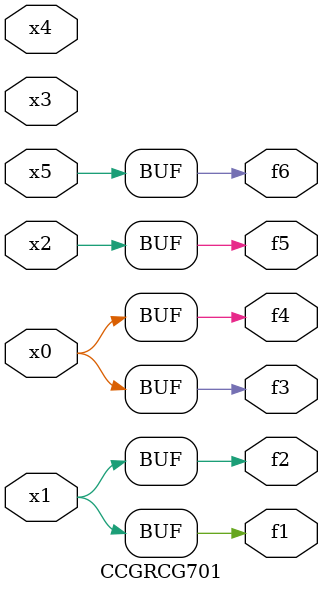
<source format=v>
module CCGRCG701(
	input x0, x1, x2, x3, x4, x5,
	output f1, f2, f3, f4, f5, f6
);
	assign f1 = x1;
	assign f2 = x1;
	assign f3 = x0;
	assign f4 = x0;
	assign f5 = x2;
	assign f6 = x5;
endmodule

</source>
